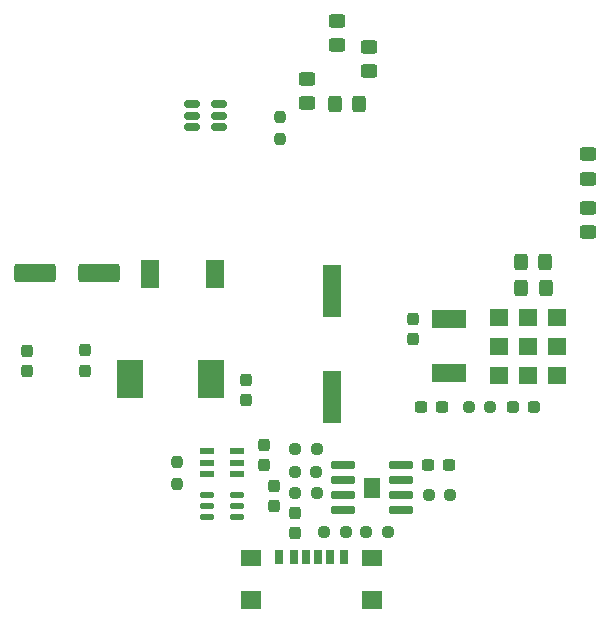
<source format=gbr>
%TF.GenerationSoftware,KiCad,Pcbnew,7.0.5-0*%
%TF.CreationDate,2024-11-24T15:49:57-05:00*%
%TF.ProjectId,PCB-diffDC,5043422d-6469-4666-9644-432e6b696361,rev?*%
%TF.SameCoordinates,Original*%
%TF.FileFunction,Paste,Top*%
%TF.FilePolarity,Positive*%
%FSLAX46Y46*%
G04 Gerber Fmt 4.6, Leading zero omitted, Abs format (unit mm)*
G04 Created by KiCad (PCBNEW 7.0.5-0) date 2024-11-24 15:49:57*
%MOMM*%
%LPD*%
G01*
G04 APERTURE LIST*
G04 Aperture macros list*
%AMRoundRect*
0 Rectangle with rounded corners*
0 $1 Rounding radius*
0 $2 $3 $4 $5 $6 $7 $8 $9 X,Y pos of 4 corners*
0 Add a 4 corners polygon primitive as box body*
4,1,4,$2,$3,$4,$5,$6,$7,$8,$9,$2,$3,0*
0 Add four circle primitives for the rounded corners*
1,1,$1+$1,$2,$3*
1,1,$1+$1,$4,$5*
1,1,$1+$1,$6,$7*
1,1,$1+$1,$8,$9*
0 Add four rect primitives between the rounded corners*
20,1,$1+$1,$2,$3,$4,$5,0*
20,1,$1+$1,$4,$5,$6,$7,0*
20,1,$1+$1,$6,$7,$8,$9,0*
20,1,$1+$1,$8,$9,$2,$3,0*%
G04 Aperture macros list end*
%ADD10C,0.010000*%
%ADD11RoundRect,0.237500X-0.237500X0.287500X-0.237500X-0.287500X0.237500X-0.287500X0.237500X0.287500X0*%
%ADD12RoundRect,0.250000X1.500000X0.550000X-1.500000X0.550000X-1.500000X-0.550000X1.500000X-0.550000X0*%
%ADD13R,1.500000X2.400000*%
%ADD14RoundRect,0.237500X0.287500X0.237500X-0.287500X0.237500X-0.287500X-0.237500X0.287500X-0.237500X0*%
%ADD15RoundRect,0.150000X0.512500X0.150000X-0.512500X0.150000X-0.512500X-0.150000X0.512500X-0.150000X0*%
%ADD16RoundRect,0.237500X-0.250000X-0.237500X0.250000X-0.237500X0.250000X0.237500X-0.250000X0.237500X0*%
%ADD17R,1.650000X4.500000*%
%ADD18RoundRect,0.250000X0.450000X-0.325000X0.450000X0.325000X-0.450000X0.325000X-0.450000X-0.325000X0*%
%ADD19RoundRect,0.237500X-0.237500X0.300000X-0.237500X-0.300000X0.237500X-0.300000X0.237500X0.300000X0*%
%ADD20R,3.000000X1.600000*%
%ADD21RoundRect,0.237500X-0.300000X-0.237500X0.300000X-0.237500X0.300000X0.237500X-0.300000X0.237500X0*%
%ADD22R,0.700000X1.200000*%
%ADD23R,0.760000X1.200000*%
%ADD24R,0.800000X1.200000*%
%ADD25R,1.800000X1.350000*%
%ADD26R,1.800000X1.500000*%
%ADD27R,2.250000X3.200000*%
%ADD28RoundRect,0.250000X-0.450000X0.325000X-0.450000X-0.325000X0.450000X-0.325000X0.450000X0.325000X0*%
%ADD29RoundRect,0.147500X0.457500X0.147500X-0.457500X0.147500X-0.457500X-0.147500X0.457500X-0.147500X0*%
%ADD30RoundRect,0.237500X0.237500X-0.300000X0.237500X0.300000X-0.237500X0.300000X-0.237500X-0.300000X0*%
%ADD31RoundRect,0.250000X0.325000X0.450000X-0.325000X0.450000X-0.325000X-0.450000X0.325000X-0.450000X0*%
%ADD32R,1.210000X0.590000*%
%ADD33RoundRect,0.250000X-0.325000X-0.450000X0.325000X-0.450000X0.325000X0.450000X-0.325000X0.450000X0*%
%ADD34RoundRect,0.237500X0.237500X-0.250000X0.237500X0.250000X-0.237500X0.250000X-0.237500X-0.250000X0*%
%ADD35RoundRect,0.237500X0.300000X0.237500X-0.300000X0.237500X-0.300000X-0.237500X0.300000X-0.237500X0*%
%ADD36RoundRect,0.237500X-0.237500X0.250000X-0.237500X-0.250000X0.237500X-0.250000X0.237500X0.250000X0*%
%ADD37RoundRect,0.075000X0.910000X0.225000X-0.910000X0.225000X-0.910000X-0.225000X0.910000X-0.225000X0*%
G04 APERTURE END LIST*
%TO.C,U2*%
D10*
X130453750Y-65412500D02*
X129043750Y-65412500D01*
X129043750Y-64002500D01*
X130453750Y-64002500D01*
X130453750Y-65412500D01*
G36*
X130453750Y-65412500D02*
G01*
X129043750Y-65412500D01*
X129043750Y-64002500D01*
X130453750Y-64002500D01*
X130453750Y-65412500D01*
G37*
X130453750Y-67872500D02*
X129043750Y-67872500D01*
X129043750Y-66462500D01*
X130453750Y-66462500D01*
X130453750Y-67872500D01*
G36*
X130453750Y-67872500D02*
G01*
X129043750Y-67872500D01*
X129043750Y-66462500D01*
X130453750Y-66462500D01*
X130453750Y-67872500D01*
G37*
X130453750Y-70332500D02*
X129043750Y-70332500D01*
X129043750Y-68922500D01*
X130453750Y-68922500D01*
X130453750Y-70332500D01*
G36*
X130453750Y-70332500D02*
G01*
X129043750Y-70332500D01*
X129043750Y-68922500D01*
X130453750Y-68922500D01*
X130453750Y-70332500D01*
G37*
X132913750Y-65412500D02*
X131503750Y-65412500D01*
X131503750Y-64002500D01*
X132913750Y-64002500D01*
X132913750Y-65412500D01*
G36*
X132913750Y-65412500D02*
G01*
X131503750Y-65412500D01*
X131503750Y-64002500D01*
X132913750Y-64002500D01*
X132913750Y-65412500D01*
G37*
X132913750Y-67872500D02*
X131503750Y-67872500D01*
X131503750Y-66462500D01*
X132913750Y-66462500D01*
X132913750Y-67872500D01*
G36*
X132913750Y-67872500D02*
G01*
X131503750Y-67872500D01*
X131503750Y-66462500D01*
X132913750Y-66462500D01*
X132913750Y-67872500D01*
G37*
X132913750Y-70332500D02*
X131503750Y-70332500D01*
X131503750Y-68922500D01*
X132913750Y-68922500D01*
X132913750Y-70332500D01*
G36*
X132913750Y-70332500D02*
G01*
X131503750Y-70332500D01*
X131503750Y-68922500D01*
X132913750Y-68922500D01*
X132913750Y-70332500D01*
G37*
X135373750Y-65412500D02*
X133963750Y-65412500D01*
X133963750Y-64002500D01*
X135373750Y-64002500D01*
X135373750Y-65412500D01*
G36*
X135373750Y-65412500D02*
G01*
X133963750Y-65412500D01*
X133963750Y-64002500D01*
X135373750Y-64002500D01*
X135373750Y-65412500D01*
G37*
X135373750Y-67872500D02*
X133963750Y-67872500D01*
X133963750Y-66462500D01*
X135373750Y-66462500D01*
X135373750Y-67872500D01*
G36*
X135373750Y-67872500D02*
G01*
X133963750Y-67872500D01*
X133963750Y-66462500D01*
X135373750Y-66462500D01*
X135373750Y-67872500D01*
G37*
X135373750Y-70332500D02*
X133963750Y-70332500D01*
X133963750Y-68922500D01*
X135373750Y-68922500D01*
X135373750Y-70332500D01*
G36*
X135373750Y-70332500D02*
G01*
X133963750Y-70332500D01*
X133963750Y-68922500D01*
X135373750Y-68922500D01*
X135373750Y-70332500D01*
G37*
%TO.C,U3*%
X119668750Y-79975000D02*
X118378750Y-79975000D01*
X118378750Y-78335000D01*
X119668750Y-78335000D01*
X119668750Y-79975000D01*
G36*
X119668750Y-79975000D02*
G01*
X118378750Y-79975000D01*
X118378750Y-78335000D01*
X119668750Y-78335000D01*
X119668750Y-79975000D01*
G37*
%TD*%
D11*
%TO.C,D11*%
X112540000Y-81297500D03*
X112540000Y-83047500D03*
%TD*%
%TO.C,D10*%
X110710000Y-79010000D03*
X110710000Y-80760000D03*
%TD*%
D12*
%TO.C,C4*%
X95930000Y-61010000D03*
X90530000Y-61010000D03*
%TD*%
D13*
%TO.C,L1*%
X100212250Y-61068500D03*
X105712250Y-61068500D03*
%TD*%
D14*
%TO.C,D17*%
X132725000Y-72310000D03*
X130975000Y-72310000D03*
%TD*%
D15*
%TO.C,U5*%
X106117500Y-48610000D03*
X106117500Y-47660000D03*
X106117500Y-46710000D03*
X103842500Y-46710000D03*
X103842500Y-47660000D03*
X103842500Y-48610000D03*
%TD*%
D16*
%TO.C,R9*%
X127246250Y-72297500D03*
X129071250Y-72297500D03*
%TD*%
D17*
%TO.C,C7*%
X115678750Y-62490000D03*
X115678750Y-71490000D03*
%TD*%
D18*
%TO.C,D6*%
X118818750Y-43882500D03*
X118818750Y-41832500D03*
%TD*%
%TO.C,D2*%
X137348750Y-52992500D03*
X137348750Y-50942500D03*
%TD*%
D16*
%TO.C,R2*%
X118546250Y-82920000D03*
X120371250Y-82920000D03*
%TD*%
D19*
%TO.C,C9*%
X89842250Y-67603500D03*
X89842250Y-69328500D03*
%TD*%
D16*
%TO.C,R1*%
X114986250Y-82890000D03*
X116811250Y-82890000D03*
%TD*%
D20*
%TO.C,U2*%
X125558750Y-64867500D03*
X125558750Y-69467500D03*
%TD*%
D21*
%TO.C,C8*%
X123806250Y-77290000D03*
X125531250Y-77290000D03*
%TD*%
D22*
%TO.C,J9*%
X113442250Y-85066000D03*
D23*
X115462250Y-85066000D03*
D24*
X116692250Y-85066000D03*
D22*
X114442250Y-85066000D03*
D23*
X112422250Y-85066000D03*
D24*
X111192250Y-85066000D03*
D25*
X108817250Y-85121000D03*
D26*
X108817250Y-88701000D03*
D25*
X119067250Y-85121000D03*
D26*
X119067250Y-88701000D03*
%TD*%
D16*
%TO.C,R8*%
X112531250Y-75895000D03*
X114356250Y-75895000D03*
%TD*%
D27*
%TO.C,D9*%
X105452250Y-69998500D03*
X98552250Y-69998500D03*
%TD*%
D28*
%TO.C,D8*%
X116068750Y-39657500D03*
X116068750Y-41707500D03*
%TD*%
D19*
%TO.C,C2*%
X122518750Y-64847500D03*
X122518750Y-66572500D03*
%TD*%
D29*
%TO.C,Q2*%
X107588750Y-81670000D03*
X107588750Y-80720000D03*
X107588750Y-79770000D03*
X105078750Y-79770000D03*
X105078750Y-80720000D03*
X105078750Y-81670000D03*
%TD*%
D16*
%TO.C,R_PROG1*%
X123861250Y-79775000D03*
X125686250Y-79775000D03*
%TD*%
D30*
%TO.C,C5*%
X94752250Y-69267000D03*
X94752250Y-67542000D03*
%TD*%
D31*
%TO.C,D3*%
X133741250Y-62300000D03*
X131691250Y-62300000D03*
%TD*%
D32*
%TO.C,U4*%
X105088750Y-76090000D03*
X105088750Y-77040000D03*
X105088750Y-77990000D03*
X107598750Y-77990000D03*
X107598750Y-77040000D03*
X107598750Y-76090000D03*
%TD*%
D18*
%TO.C,D7*%
X113558750Y-46632500D03*
X113558750Y-44582500D03*
%TD*%
D33*
%TO.C,D4*%
X131676250Y-60080000D03*
X133726250Y-60080000D03*
%TD*%
D16*
%TO.C,R5*%
X112516250Y-77860000D03*
X114341250Y-77860000D03*
%TD*%
D34*
%TO.C,R3*%
X111292250Y-49643500D03*
X111292250Y-47818500D03*
%TD*%
D18*
%TO.C,D1*%
X137348750Y-57522500D03*
X137348750Y-55472500D03*
%TD*%
D35*
%TO.C,C1*%
X124951250Y-72297500D03*
X123226250Y-72297500D03*
%TD*%
D19*
%TO.C,C6*%
X108388750Y-70037500D03*
X108388750Y-71762500D03*
%TD*%
D16*
%TO.C,R6*%
X112533750Y-79650000D03*
X114358750Y-79650000D03*
%TD*%
D36*
%TO.C,R7*%
X102503750Y-77017500D03*
X102503750Y-78842500D03*
%TD*%
D30*
%TO.C,C10*%
X109858750Y-77252500D03*
X109858750Y-75527500D03*
%TD*%
D37*
%TO.C,U3*%
X121498750Y-81060000D03*
X121498750Y-79790000D03*
X121498750Y-78520000D03*
X121498750Y-77250000D03*
X116548750Y-77250000D03*
X116548750Y-78520000D03*
X116548750Y-79790000D03*
X116548750Y-81060000D03*
%TD*%
D33*
%TO.C,D5*%
X115896250Y-46650000D03*
X117946250Y-46650000D03*
%TD*%
M02*

</source>
